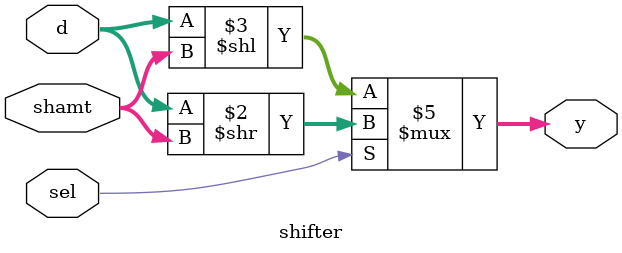
<source format=v>
module shifter # (parameter WIDTH = 32) (
        input   wire [4:0]       shamt,
        input   wire             sel,
        input   wire [WIDTH-1:0] d,
        output  reg  [WIDTH-1:0] y
    );
    
    always @ (*) begin
        if  (sel)  y = d >> shamt;
        else            y = d << shamt;
    end

endmodule

</source>
